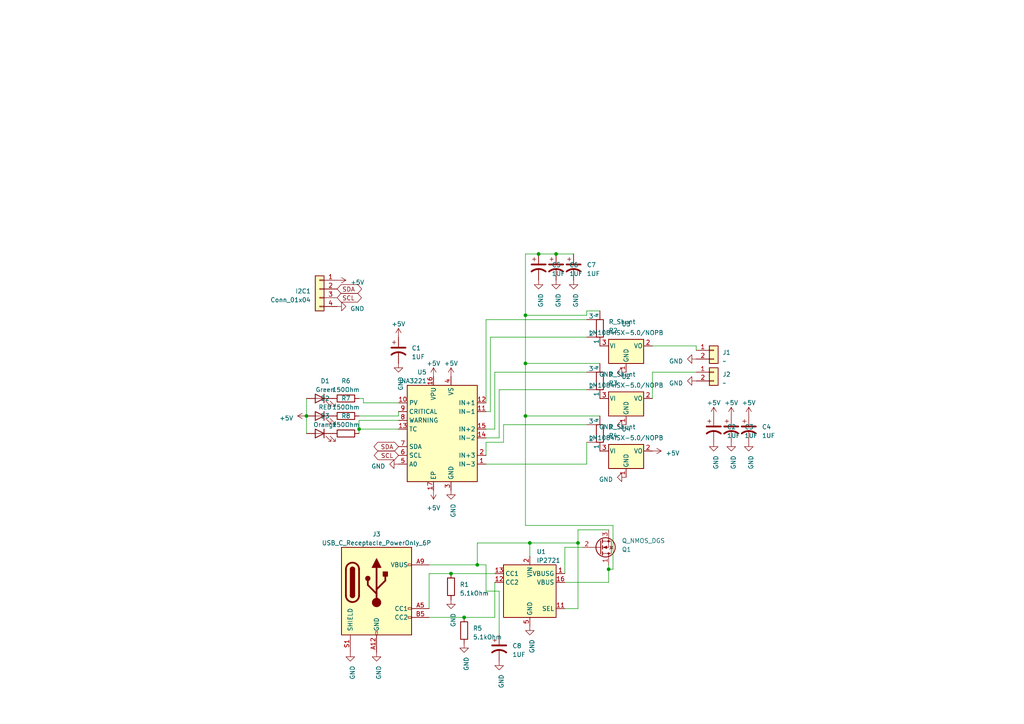
<source format=kicad_sch>
(kicad_sch (version 20230121) (generator eeschema)
  (paper "A4")
  (lib_symbols
    (symbol "Connector:USB_C_Receptacle_PowerOnly_6P" (pin_names (offset 1.016))
      (property "Reference" "J" (at 0 16.51 0))
      (property "Value" "USB_C_Receptacle_PowerOnly_6P" (at 0 13.97 0))
      (symbol "USB_C_Receptacle_PowerOnly_6P_0_0"
        (rectangle (start -0.254 -12.7) (end 0.254 -11.684))
        (rectangle (start 10.16 -7.366) (end 9.144 -7.874))
        (rectangle (start 10.16 -4.826) (end 9.144 -5.334))
        (rectangle (start 10.16 7.874) (end 9.144 7.366))
      )
      (symbol "USB_C_Receptacle_PowerOnly_6P_0_1"
        (rectangle (start -10.16 12.7) (end 10.16 -12.7) (stroke (width 0.254)) (fill (type background)))
        (arc (start -8.89 -1.27) (mid -6.985 -3.1667) (end -5.08 -1.27) (stroke (width 0.508)))
        (arc (start -7.62 -1.27) (mid -6.985 -1.9023) (end -6.35 -1.27) (stroke (width 0.254)))
        (arc (start -7.62 -1.27) (mid -6.985 -1.9023) (end -6.35 -1.27) (stroke (width 0.254)) (fill (type outline)))
        (rectangle (start -7.62 -1.27) (end -6.35 6.35) (stroke (width 0.254)) (fill (type outline)))
        (arc (start -6.35 6.35) (mid -6.985 6.9823) (end -7.62 6.35) (stroke (width 0.254)))
        (arc (start -6.35 6.35) (mid -6.985 6.9823) (end -7.62 6.35) (stroke (width 0.254)) (fill (type outline)))
        (arc (start -5.08 6.35) (mid -6.985 8.2467) (end -8.89 6.35) (stroke (width 0.508)))
        (circle (center -2.54 3.683) (radius 0.635) (stroke (width 0.254)) (fill (type outline)))
        (circle (center 0 -3.302) (radius 1.27) (fill (type outline)))
        (polyline (pts (xy -8.89 -1.27) (xy -8.89 6.35)) (stroke (width 0.508)))
        (polyline (pts (xy -5.08 6.35) (xy -5.08 -1.27)) (stroke (width 0.508)))
        (polyline (pts (xy 0 -3.302) (xy 0 6.858)) (stroke (width 0.508)))
        (polyline (pts (xy 0 -0.762) (xy -2.54 1.778) (xy -2.54 3.048)) (stroke (width 0.508)))
        (polyline (pts (xy 0 0.508) (xy 2.54 3.048) (xy 2.54 4.318)) (stroke (width 0.508)))
        (polyline (pts (xy -1.27 6.858) (xy 0 9.398) (xy 1.27 6.858) (xy -1.27 6.858)) (stroke (width 0.254)) (fill (type outline)))
        (rectangle (start 1.905 4.318) (end 3.175 5.588) (stroke (width 0.254)) (fill (type outline)))
      )
      (symbol "USB_C_Receptacle_PowerOnly_6P_1_1"
        (pin passive line (at 0 -17.78 90) (length 5.08) (name "GND") (number "A12"))
        (pin bidirectional line (at 15.24 -5.08 180) (length 5.08) (name "CC1") (number "A5"))
        (pin passive line (at 15.24 7.62 180) (length 5.08) (name "VBUS") (number "A9"))
        (pin passive line (at 0 -17.78 90) (length 5.08) hide (name "GND") (number "B12"))
        (pin bidirectional line (at 15.24 -7.62 180) (length 5.08) (name "CC2") (number "B5"))
        (pin passive line (at 15.24 7.62 180) (length 5.08) hide (name "VBUS") (number "B9"))
        (pin passive line (at -7.62 -17.78 90) (length 5.08) (name "SHIELD") (number "S1"))
      )
    )
    (symbol "Connector_Generic:Conn_01x02" (pin_names (offset 1.016) hide)
      (property "Reference" "J" (at 0 2.54 0))
      (property "Value" "Conn_01x02" (at 0 -5.08 0))
      (symbol "Conn_01x02_1_1"
        (rectangle (start -1.27 -2.413) (end 0 -2.667) (stroke (width 0.1524)))
        (rectangle (start -1.27 0.127) (end 0 -0.127) (stroke (width 0.1524)))
        (rectangle (start -1.27 1.27) (end 1.27 -3.81) (stroke (width 0.254)) (fill (type background)))
        (pin passive line (at -5.08 0 0) (length 3.81) (name "Pin_1") (number "1"))
        (pin passive line (at -5.08 -2.54 0) (length 3.81) (name "Pin_2") (number "2"))
      )
    )
    (symbol "Connector_Generic:Conn_01x04" (pin_names (offset 1.016) hide)
      (property "Reference" "J" (at 0 5.08 0))
      (property "Value" "Conn_01x04" (at 0 -7.62 0))
      (symbol "Conn_01x04_1_1"
        (rectangle (start -1.27 -4.953) (end 0 -5.207) (stroke (width 0.1524)))
        (rectangle (start -1.27 -2.413) (end 0 -2.667) (stroke (width 0.1524)))
        (rectangle (start -1.27 0.127) (end 0 -0.127) (stroke (width 0.1524)))
        (rectangle (start -1.27 2.667) (end 0 2.413) (stroke (width 0.1524)))
        (rectangle (start -1.27 3.81) (end 1.27 -6.35) (stroke (width 0.254)) (fill (type background)))
        (pin passive line (at -5.08 2.54 0) (length 3.81) (name "Pin_1") (number "1"))
        (pin passive line (at -5.08 0 0) (length 3.81) (name "Pin_2") (number "2"))
        (pin passive line (at -5.08 -2.54 0) (length 3.81) (name "Pin_3") (number "3"))
        (pin passive line (at -5.08 -5.08 0) (length 3.81) (name "Pin_4") (number "4"))
      )
    )
    (symbol "Device:C_Polarized_US" (pin_numbers hide) (pin_names (offset 0.254) hide)
      (property "Reference" "C" (at 0.635 2.54 0))
      (property "Value" "C_Polarized_US" (at 0.635 -2.54 0))
      (symbol "C_Polarized_US_0_1"
        (polyline (pts (xy -2.032 0.762) (xy 2.032 0.762)) (stroke (width 0.508)))
        (polyline (pts (xy -1.778 2.286) (xy -0.762 2.286)))
        (polyline (pts (xy -1.27 1.778) (xy -1.27 2.794)))
        (arc (start 2.032 -1.27) (mid 0 -0.5572) (end -2.032 -1.27) (stroke (width 0.508)))
      )
      (symbol "C_Polarized_US_1_1"
        (pin passive line (at 0 3.81 270) (length 2.794) (name "~") (number "1"))
        (pin passive line (at 0 -3.81 90) (length 3.302) (name "~") (number "2"))
      )
    )
    (symbol "Device:LED" (pin_numbers hide) (pin_names (offset 1.016) hide)
      (property "Reference" "D" (at 0 2.54 0))
      (property "Value" "LED" (at 0 -2.54 0))
      (symbol "LED_0_1"
        (polyline (pts (xy -1.27 -1.27) (xy -1.27 1.27)) (stroke (width 0.254)))
        (polyline (pts (xy -1.27 0) (xy 1.27 0)))
        (polyline (pts (xy 1.27 -1.27) (xy 1.27 1.27) (xy -1.27 0) (xy 1.27 -1.27)) (stroke (width 0.254)))
        (polyline (pts (xy -3.048 -0.762) (xy -4.572 -2.286) (xy -3.81 -2.286) (xy -4.572 -2.286) (xy -4.572 -1.524)))
        (polyline (pts (xy -1.778 -0.762) (xy -3.302 -2.286) (xy -2.54 -2.286) (xy -3.302 -2.286) (xy -3.302 -1.524)))
      )
      (symbol "LED_1_1"
        (pin passive line (at -3.81 0 0) (length 2.54) (name "K") (number "1"))
        (pin passive line (at 3.81 0 180) (length 2.54) (name "A") (number "2"))
      )
    )
    (symbol "Device:Q_NMOS_DGS" (pin_names (offset 0) hide)
      (property "Reference" "Q" (at 5.08 1.27 0))
      (property "Value" "Q_NMOS_DGS" (at 5.08 -1.27 0))
      (symbol "Q_NMOS_DGS_0_1"
        (polyline (pts (xy 0.254 0) (xy -2.54 0)))
        (polyline (pts (xy 0.254 1.905) (xy 0.254 -1.905)) (stroke (width 0.254)))
        (polyline (pts (xy 0.762 -1.27) (xy 0.762 -2.286)) (stroke (width 0.254)))
        (polyline (pts (xy 0.762 0.508) (xy 0.762 -0.508)) (stroke (width 0.254)))
        (polyline (pts (xy 0.762 2.286) (xy 0.762 1.27)) (stroke (width 0.254)))
        (polyline (pts (xy 2.54 2.54) (xy 2.54 1.778)))
        (polyline (pts (xy 2.54 -2.54) (xy 2.54 0) (xy 0.762 0)))
        (polyline (pts (xy 0.762 -1.778) (xy 3.302 -1.778) (xy 3.302 1.778) (xy 0.762 1.778)))
        (polyline (pts (xy 1.016 0) (xy 2.032 0.381) (xy 2.032 -0.381) (xy 1.016 0)) (fill (type outline)))
        (polyline (pts (xy 2.794 0.508) (xy 2.921 0.381) (xy 3.683 0.381) (xy 3.81 0.254)))
        (polyline (pts (xy 3.302 0.381) (xy 2.921 -0.254) (xy 3.683 -0.254) (xy 3.302 0.381)))
        (circle (center 1.651 0) (radius 2.794) (stroke (width 0.254)))
        (circle (center 2.54 -1.778) (radius 0.254) (fill (type outline)))
        (circle (center 2.54 1.778) (radius 0.254) (fill (type outline)))
      )
      (symbol "Q_NMOS_DGS_1_1"
        (pin passive line (at 2.54 5.08 270) (length 2.54) (name "D") (number "1"))
        (pin input line (at -5.08 0 0) (length 2.54) (name "G") (number "2"))
        (pin passive line (at 2.54 -5.08 90) (length 2.54) (name "S") (number "3"))
      )
    )
    (symbol "Device:R" (pin_numbers hide) (pin_names (offset 0))
      (property "Reference" "R" (at 2.032 0 90))
      (property "Value" "R" (at 0 0 90))
      (symbol "R_0_1"
        (rectangle (start -1.016 -2.54) (end 1.016 2.54) (stroke (width 0.254)))
      )
      (symbol "R_1_1"
        (pin passive line (at 0 3.81 270) (length 1.27) (name "~") (number "1"))
        (pin passive line (at 0 -3.81 90) (length 1.27) (name "~") (number "2"))
      )
    )
    (symbol "Device:R_Shunt" (pin_numbers hide) (pin_names (offset 0))
      (property "Reference" "R" (at -4.445 0 90))
      (property "Value" "R_Shunt" (at -2.54 0 90))
      (symbol "R_Shunt_0_1"
        (rectangle (start -1.016 -2.54) (end 1.016 2.54) (stroke (width 0.254)))
        (polyline (pts (xy 0 -2.54) (xy 1.27 -2.54)))
        (polyline (pts (xy 1.27 2.54) (xy 0 2.54)))
      )
      (symbol "R_Shunt_1_1"
        (pin passive line (at 0 5.08 270) (length 2.54) (name "1") (number "1"))
        (pin passive line (at 3.81 2.54 180) (length 2.54) (name "2") (number "2"))
        (pin passive line (at 3.81 -2.54 180) (length 2.54) (name "3") (number "3"))
        (pin passive line (at 0 -5.08 90) (length 2.54) (name "4") (number "4"))
      )
    )
    (symbol "Interface_USB:IP2721"
      (property "Reference" "U" (at 5.08 -10.16 0))
      (property "Value" "IP2721" (at 7.62 -12.7 0))
      (symbol "IP2721_0_1"
        (rectangle (start -7.62 7.62) (end 7.62 -7.62) (stroke (width 0.254)) (fill (type background)))
      )
      (symbol "IP2721_1_1"
        (pin output line (at 10.16 5.08 180) (length 2.54) (name "VBUSG") (number "1"))
        (pin no_connect line (at -2.54 -7.62 90) (length 2.54) hide (name "NC") (number "10"))
        (pin input line (at 10.16 -5.08 180) (length 2.54) (name "SEL") (number "11"))
        (pin bidirectional line (at -10.16 2.54 0) (length 2.54) (name "CC2") (number "12"))
        (pin bidirectional line (at -10.16 5.08 0) (length 2.54) (name "CC1") (number "13"))
        (pin no_connect line (at 2.54 -7.62 90) (length 2.54) hide (name "NC") (number "14"))
        (pin no_connect line (at 5.08 -7.62 90) (length 2.54) hide (name "NC") (number "15"))
        (pin input line (at 10.16 2.54 180) (length 2.54) (name "VBUS") (number "16"))
        (pin power_in line (at 0 10.16 270) (length 2.54) (name "VIN") (number "2"))
        (pin no_connect line (at -5.08 7.62 270) (length 2.54) hide (name "NC") (number "3"))
        (pin no_connect line (at -7.62 -2.54 0) (length 2.54) hide (name "NC") (number "4"))
        (pin power_in line (at 0 -10.16 90) (length 2.54) (name "GND") (number "5"))
        (pin no_connect line (at -2.54 7.62 270) (length 2.54) hide (name "NC") (number "6"))
        (pin no_connect line (at 2.54 7.62 90) (length 2.54) hide (name "NC") (number "7"))
        (pin no_connect line (at 5.08 7.62 90) (length 2.54) hide (name "NC") (number "8"))
        (pin no_connect line (at -5.08 -7.62 90) (length 2.54) hide (name "NC") (number "9"))
      )
    )
    (symbol "Power_Management:INA3221"
      (property "Reference" "U" (at -10.16 17.78 0))
      (property "Value" "INA3221" (at 5.08 17.78 0))
      (symbol "INA3221_0_1"
        (rectangle (start 10.16 -12.7) (end -10.16 15.24) (stroke (width 0.254)) (fill (type background)))
      )
      (symbol "INA3221_1_1"
        (pin input line (at -12.7 -7.62 0) (length 2.54) (name "IN-3") (number "1"))
        (pin open_collector line (at 12.7 10.16 180) (length 2.54) (name "PV") (number "10"))
        (pin input line (at -12.7 7.62 0) (length 2.54) (name "IN-1") (number "11"))
        (pin input line (at -12.7 10.16 0) (length 2.54) (name "IN+1") (number "12"))
        (pin open_collector line (at 12.7 2.54 180) (length 2.54) (name "TC") (number "13"))
        (pin input line (at -12.7 0 0) (length 2.54) (name "IN-2") (number "14"))
        (pin input line (at -12.7 2.54 0) (length 2.54) (name "IN+2") (number "15"))
        (pin power_in line (at 2.54 17.78 270) (length 2.54) (name "VPU") (number "16"))
        (pin passive line (at 2.54 -15.24 90) (length 2.54) (name "EP") (number "17"))
        (pin input line (at -12.7 -5.08 0) (length 2.54) (name "IN+3") (number "2"))
        (pin power_in line (at -2.54 -15.24 90) (length 2.54) (name "GND") (number "3"))
        (pin power_in line (at -2.54 17.78 270) (length 2.54) (name "VS") (number "4"))
        (pin input line (at 12.7 -7.62 180) (length 2.54) (name "A0") (number "5"))
        (pin input line (at 12.7 -5.08 180) (length 2.54) (name "SCL") (number "6"))
        (pin bidirectional line (at 12.7 -2.54 180) (length 2.54) (name "SDA") (number "7"))
        (pin open_collector line (at 12.7 5.08 180) (length 2.54) (name "WARNING") (number "8"))
        (pin open_collector line (at 12.7 7.62 180) (length 2.54) (name "CRITICAL") (number "9"))
      )
    )
    (symbol "Regulator_Linear:LT1084-5.0" (pin_names (offset 0.254))
      (property "Reference" "U" (at -3.81 3.175 0))
      (property "Value" "LT1084-5.0" (at 0 3.175 0))
      (symbol "LT1084-5.0_0_1"
        (rectangle (start -5.08 1.905) (end 5.08 -5.08) (stroke (width 0.254)) (fill (type background)))
      )
      (symbol "LT1084-5.0_1_1"
        (pin power_in line (at 0 -7.62 90) (length 2.54) (name "GND") (number "1"))
        (pin power_out line (at 7.62 0 180) (length 2.54) (name "VO") (number "2"))
        (pin power_in line (at -7.62 0 0) (length 2.54) (name "VI") (number "3"))
      )
    )
    (symbol "power:+5V" (power) (pin_names (offset 0))
      (property "Value" "+5V" (at 0 3.556 0))
      (symbol "+5V_0_1"
        (polyline (pts (xy -0.762 1.27) (xy 0 2.54)))
        (polyline (pts (xy 0 0) (xy 0 2.54)))
        (polyline (pts (xy 0 2.54) (xy 0.762 1.27)))
      )
      (symbol "+5V_1_1"
        (pin power_in line (at 0 0 90) (length 0) hide (name "+5V") (number "1"))
      )
    )
    (symbol "power:GND" (power) (pin_names (offset 0))
      (property "Value" "GND" (at 0 -3.81 0))
      (symbol "GND_0_1"
        (polyline (pts (xy 0 0) (xy 0 -1.27) (xy 1.27 -1.27) (xy 0 -2.54) (xy -1.27 -1.27) (xy 0 -1.27)))
      )
      (symbol "GND_1_1"
        (pin power_in line (at 0 0 270) (length 0) hide (name "GND") (number "1"))
      )
    )
  )
  (junction (at 176.53 165.1))
  (junction (at 153.67 157.48))
  (junction (at 152.4 120.65))
  (junction (at 161.29 73.66))
  (junction (at 88.9 120.65))
  (junction (at 156.21 73.66))
  (junction (at 138.43 163.83))
  (junction (at 130.81 166.37))
  (junction (at 152.4 105.41))
  (junction (at 152.4 91.44))
  (junction (at 104.14 124.46))
  (junction (at 167.64 157.48))
  (junction (at 134.62 179.07))
  (wire (pts (xy 152.4 152.4) (xy 152.4 120.65)))
  (wire (pts (xy 189.23 107.95) (xy 201.93 107.95)))
  (wire (pts (xy 189.23 115.57) (xy 189.23 107.95)))
  (wire (pts (xy 144.78 184.15) (xy 144.78 171.45)))
  (wire (pts (xy 104.14 121.92) (xy 104.14 124.46)))
  (wire (pts (xy 201.93 100.33) (xy 201.93 101.6)))
  (wire (pts (xy 170.18 107.95) (xy 143.51 107.95)))
  (wire (pts (xy 173.99 120.65) (xy 152.4 120.65)))
  (wire (pts (xy 152.4 152.4) (xy 177.8 152.4)))
  (wire (pts (xy 104.14 124.46) (xy 104.14 125.73)))
  (wire (pts (xy 146.05 123.19) (xy 170.18 123.19)))
  (wire (pts (xy 152.4 120.65) (xy 152.4 105.41)))
  (wire (pts (xy 144.78 127) (xy 144.78 113.03)))
  (wire (pts (xy 144.78 171.45) (xy 140.97 171.45)))
  (wire (pts (xy 167.64 157.48) (xy 167.64 176.53)))
  (wire (pts (xy 152.4 105.41) (xy 152.4 91.44)))
  (wire (pts (xy 140.97 127) (xy 144.78 127)))
  (wire (pts (xy 143.51 124.46) (xy 140.97 124.46)))
  (wire (pts (xy 170.18 134.62) (xy 170.18 128.27)))
  (wire (pts (xy 170.18 91.44) (xy 170.18 90.17)))
  (wire (pts (xy 140.97 92.71) (xy 140.97 116.84)))
  (wire (pts (xy 115.57 120.65) (xy 115.57 119.38)))
  (wire (pts (xy 163.83 176.53) (xy 167.64 176.53)))
  (wire (pts (xy 170.18 90.17) (xy 173.99 90.17)))
  (wire (pts (xy 138.43 157.48) (xy 153.67 157.48)))
  (wire (pts (xy 140.97 128.27) (xy 146.05 128.27)))
  (wire (pts (xy 142.24 119.38) (xy 142.24 97.79)))
  (wire (pts (xy 134.62 179.07) (xy 143.51 179.07)))
  (wire (pts (xy 104.14 120.65) (xy 115.57 120.65)))
  (wire (pts (xy 130.81 166.37) (xy 143.51 166.37)))
  (wire (pts (xy 140.97 171.45) (xy 140.97 163.83)))
  (wire (pts (xy 156.21 73.66) (xy 161.29 73.66)))
  (wire (pts (xy 161.29 73.66) (xy 166.37 73.66)))
  (wire (pts (xy 152.4 73.66) (xy 152.4 91.44)))
  (wire (pts (xy 189.23 100.33) (xy 201.93 100.33)))
  (wire (pts (xy 170.18 92.71) (xy 140.97 92.71)))
  (wire (pts (xy 88.9 115.57) (xy 88.9 120.65)))
  (wire (pts (xy 173.99 105.41) (xy 152.4 105.41)))
  (wire (pts (xy 163.83 166.37) (xy 163.83 158.75)))
  (wire (pts (xy 105.41 116.84) (xy 115.57 116.84)))
  (wire (pts (xy 124.46 163.83) (xy 138.43 163.83)))
  (wire (pts (xy 177.8 165.1) (xy 176.53 165.1)))
  (wire (pts (xy 144.78 113.03) (xy 170.18 113.03)))
  (wire (pts (xy 167.64 153.67) (xy 167.64 157.48)))
  (wire (pts (xy 140.97 132.08) (xy 140.97 128.27)))
  (wire (pts (xy 124.46 166.37) (xy 130.81 166.37)))
  (wire (pts (xy 176.53 168.91) (xy 163.83 168.91)))
  (wire (pts (xy 176.53 165.1) (xy 176.53 168.91)))
  (wire (pts (xy 115.57 121.92) (xy 104.14 121.92)))
  (wire (pts (xy 143.51 168.91) (xy 143.51 179.07)))
  (wire (pts (xy 104.14 124.46) (xy 115.57 124.46)))
  (wire (pts (xy 140.97 134.62) (xy 170.18 134.62)))
  (wire (pts (xy 146.05 128.27) (xy 146.05 123.19)))
  (wire (pts (xy 177.8 152.4) (xy 177.8 165.1)))
  (wire (pts (xy 140.97 163.83) (xy 138.43 163.83)))
  (wire (pts (xy 152.4 73.66) (xy 156.21 73.66)))
  (wire (pts (xy 88.9 120.65) (xy 88.9 125.73)))
  (wire (pts (xy 143.51 107.95) (xy 143.51 124.46)))
  (wire (pts (xy 152.4 91.44) (xy 170.18 91.44)))
  (wire (pts (xy 153.67 157.48) (xy 153.67 161.29)))
  (wire (pts (xy 138.43 163.83) (xy 138.43 157.48)))
  (wire (pts (xy 142.24 97.79) (xy 170.18 97.79)))
  (wire (pts (xy 105.41 116.84) (xy 105.41 115.57)))
  (wire (pts (xy 176.53 163.83) (xy 176.53 165.1)))
  (wire (pts (xy 176.53 153.67) (xy 167.64 153.67)))
  (wire (pts (xy 124.46 179.07) (xy 134.62 179.07)))
  (wire (pts (xy 140.97 119.38) (xy 142.24 119.38)))
  (wire (pts (xy 153.67 157.48) (xy 167.64 157.48)))
  (wire (pts (xy 163.83 158.75) (xy 168.91 158.75)))
  (wire (pts (xy 124.46 176.53) (xy 124.46 166.37)))
  (wire (pts (xy 105.41 115.57) (xy 104.14 115.57)))
  (global_label "SCL" (shape bidirectional) (at 97.79 86.36 0) (property "Intersheetrefs" "${INTERSHEET_REFS}" (effects hide)))
  (global_label "SDA" (shape bidirectional) (at 115.57 129.54 180) (property "Intersheetrefs" "${INTERSHEET_REFS}" (effects hide)))
  (global_label "SDA" (shape bidirectional) (at 97.79 83.82 0) (property "Intersheetrefs" "${INTERSHEET_REFS}" (effects hide)))
  (global_label "SCL" (shape bidirectional) (at 115.57 132.08 180) (property "Intersheetrefs" "${INTERSHEET_REFS}" (effects hide)))
  (symbol (lib_id "power:+5V") (at 217.17 120.65 0) (unit 1)
    (property "Reference" "#PWR020" (effects hide))
    (property "Value" "+5V" (at 217.17 116.84 0))
  )
  (symbol (lib_id "power:GND") (at 207.01 128.27 0) (mirror y) (unit 1)
    (property "Reference" "#PWR017" (effects hide))
    (property "Value" "GND" (at 207.645 132.08 90) (effects (justify right)))
  )
  (symbol (lib_id "Device:R_Shunt") (at 173.99 95.25 180) (unit 1)
    (property "Reference" "R2" (at 176.53 95.885 0) (effects (justify right)))
    (property "Value" "R_Shunt" (at 176.53 93.345 0) (effects (justify right)))
    (property "Footprint" "Resistor_SMD:R_Shunt_Ohmite_LVK12" (effects hide))
  )
  (symbol (lib_id "power:GND") (at 201.93 110.49 270) (unit 1)
    (property "Reference" "#PWR06" (effects hide))
    (property "Value" "GND" (at 198.12 111.125 90) (effects (justify right)))
  )
  (symbol (lib_id "Device:C_Polarized_US") (at 144.78 187.96 0) (unit 1)
    (property "Reference" "C8" (at 148.59 187.325 0) (effects (justify left)))
    (property "Value" "1UF" (at 148.59 189.865 0) (effects (justify left)))
    (property "Footprint" "Capacitor_SMD:C_0603_1608Metric_Pad1.08x0.95mm_HandSolder" (effects hide))
  )
  (symbol (lib_id "Regulator_Linear:LT1084-5.0") (at 181.61 130.81 0) (unit 1)
    (property "Reference" "U4" (at 181.61 124.46 0))
    (property "Value" "LM1084ISX-5.0/NOPB" (at 181.61 127 0))
    (property "Footprint" "Package_TO_SOT_SMD:TO-263-3_TabPin2" (effects hide))
    (property "Datasheet" "https://www.ti.com/lit/ds/symlink/lm1084.pdf" (effects hide))
  )
  (symbol (lib_id "power:+5V") (at 207.01 120.65 0) (unit 1)
    (property "Reference" "#PWR016" (effects hide))
    (property "Value" "+5V" (at 207.01 116.84 0))
  )
  (symbol (lib_id "power:GND") (at 97.79 88.9 90) (mirror x) (unit 1)
    (property "Reference" "#PWR02" (effects hide))
    (property "Value" "GND" (at 101.6 89.535 90) (effects (justify right)))
  )
  (symbol (lib_id "power:GND") (at 115.57 134.62 270) (unit 1)
    (property "Reference" "#PWR08" (effects hide))
    (property "Value" "GND" (at 111.76 135.255 90) (effects (justify right)))
  )
  (symbol (lib_id "Regulator_Linear:LT1084-5.0") (at 181.61 100.33 0) (unit 1)
    (property "Reference" "U3" (at 181.61 93.98 0))
    (property "Value" "LM1084ISX-5.0/NOPB" (at 181.61 96.52 0))
    (property "Footprint" "Package_TO_SOT_SMD:TO-263-3_TabPin2" (effects hide))
    (property "Datasheet" "https://www.ti.com/lit/ds/symlink/lm1084.pdf" (effects hide))
  )
  (symbol (lib_id "power:GND") (at 201.93 104.14 270) (unit 1)
    (property "Reference" "#PWR04" (effects hide))
    (property "Value" "GND" (at 198.12 104.775 90) (effects (justify right)))
  )
  (symbol (lib_id "Connector:USB_C_Receptacle_PowerOnly_6P") (at 109.22 171.45 0) (unit 1)
    (property "Reference" "J3" (at 109.22 154.94 0))
    (property "Value" "USB_C_Receptacle_PowerOnly_6P" (at 109.22 157.48 0))
    (property "Footprint" "Connector_USB:USB_C_Receptacle_GCT_USB4135-GF-A_6P_TopMnt_Horizontal" (effects hide))
    (property "Datasheet" "https://www.usb.org/sites/default/files/documents/usb_type-c.zip" (effects hide))
  )
  (symbol (lib_id "power:GND") (at 181.61 123.19 270) (unit 1)
    (property "Reference" "#PWR03" (effects hide))
    (property "Value" "GND" (at 177.8 123.825 90) (effects (justify right)))
  )
  (symbol (lib_id "power:+5V") (at 97.79 81.28 270) (mirror x) (unit 1)
    (property "Reference" "#PWR01" (effects hide))
    (property "Value" "+5V" (at 101.6 81.915 90) (effects (justify left)))
  )
  (symbol (lib_id "power:GND") (at 166.37 81.28 0) (mirror y) (unit 1)
    (property "Reference" "#PWR027" (effects hide))
    (property "Value" "GND" (at 167.005 85.09 90) (effects (justify right)))
  )
  (symbol (lib_id "Connector_Generic:Conn_01x04") (at 92.71 83.82 0) (mirror y) (unit 1)
    (property "Reference" "I2C1" (at 90.17 84.455 0) (effects (justify left)))
    (property "Value" "Conn_01x04" (at 90.17 86.995 0) (effects (justify left)))
    (property "Footprint" "Connector_JST:JST_EH_S4B-EH_1x04_P2.50mm_Horizontal" (effects hide))
  )
  (symbol (lib_id "Regulator_Linear:LT1084-5.0") (at 181.61 115.57 0) (unit 1)
    (property "Reference" "U2" (at 181.61 109.22 0))
    (property "Value" "LM1084ISX-5.0/NOPB" (at 181.61 111.76 0))
    (property "Footprint" "Package_TO_SOT_SMD:TO-263-3_TabPin2" (effects hide))
    (property "Datasheet" "https://www.ti.com/lit/ds/symlink/lm1084.pdf" (effects hide))
  )
  (symbol (lib_id "power:+5V") (at 189.23 130.81 270) (mirror x) (unit 1)
    (property "Reference" "#PWR010" (effects hide))
    (property "Value" "+5V" (at 193.04 131.445 90) (effects (justify left)))
  )
  (symbol (lib_id "power:GND") (at 161.29 81.28 0) (mirror y) (unit 1)
    (property "Reference" "#PWR025" (effects hide))
    (property "Value" "GND" (at 161.925 85.09 90) (effects (justify right)))
  )
  (symbol (lib_id "Power_Management:INA3221") (at 128.27 127 0) (mirror y) (unit 1)
    (property "Reference" "U5" (at 123.7741 107.95 0) (effects (justify left)))
    (property "Value" "INA3221" (at 123.7741 110.49 0) (effects (justify left)))
    (property "Footprint" "Package_DFN_QFN:Texas_RGV_S-PVQFN-N16_EP2.1x2.1mm" (effects hide))
    (property "Datasheet" "http://www.ti.com/lit/ds/symlink/ina3221.pdf" (effects hide))
  )
  (symbol (lib_id "power:+5V") (at 212.09 120.65 0) (unit 1)
    (property "Reference" "#PWR018" (effects hide))
    (property "Value" "+5V" (at 212.09 116.84 0))
  )
  (symbol (lib_id "Interface_USB:IP2721") (at 153.67 171.45 0) (unit 1)
    (property "Reference" "U1" (at 155.6259 160.02 0) (effects (justify left)))
    (property "Value" "IP2721" (at 155.6259 162.56 0) (effects (justify left)))
    (property "Footprint" "Package_SO:TSSOP-16_4.4x5mm_P0.65mm" (effects hide))
    (property "Datasheet" "https://datasheet.lcsc.com/lcsc/2006111335_INJOINIC-IP2721_C603176.pdf" (effects hide))
  )
  (symbol (lib_id "power:GND") (at 144.78 191.77 0) (mirror y) (unit 1)
    (property "Reference" "#PWR029" (effects hide))
    (property "Value" "GND" (at 145.415 195.58 90) (effects (justify right)))
  )
  (symbol (lib_id "Connector_Generic:Conn_01x02") (at 207.01 101.6 0) (unit 1)
    (property "Reference" "J1" (at 209.55 102.235 0) (effects (justify left)))
    (property "Value" "~" (at 209.55 104.775 0) (effects (justify left)))
    (property "Footprint" "Connector_JST:JST_EH_S2B-EH_1x02_P2.50mm_Horizontal" (effects hide))
  )
  (symbol (lib_id "power:GND") (at 130.81 142.24 0) (mirror y) (unit 1)
    (property "Reference" "#PWR011" (effects hide))
    (property "Value" "GND" (at 131.445 146.05 90) (effects (justify right)))
  )
  (symbol (lib_id "Device:R") (at 100.33 120.65 90) (mirror x) (unit 1)
    (property "Reference" "R7" (at 100.33 115.57 90))
    (property "Value" "150Ohm" (at 100.33 118.11 90))
    (property "Footprint" "Resistor_SMD:R_0603_1608Metric" (effects hide))
  )
  (symbol (lib_id "power:GND") (at 101.6 189.23 0) (mirror y) (unit 1)
    (property "Reference" "#PWR026" (effects hide))
    (property "Value" "GND" (at 102.235 193.04 90) (effects (justify right)))
  )
  (symbol (lib_id "power:+5V") (at 115.57 97.79 0) (unit 1)
    (property "Reference" "#PWR014" (effects hide))
    (property "Value" "+5V" (at 115.57 93.98 0))
  )
  (symbol (lib_id "Device:C_Polarized_US") (at 166.37 77.47 0) (unit 1)
    (property "Reference" "C7" (at 170.18 76.835 0) (effects (justify left)))
    (property "Value" "1UF" (at 170.18 79.375 0) (effects (justify left)))
    (property "Footprint" "Capacitor_SMD:C_0603_1608Metric_Pad1.08x0.95mm_HandSolder" (effects hide))
  )
  (symbol (lib_id "power:GND") (at 217.17 128.27 0) (mirror y) (unit 1)
    (property "Reference" "#PWR021" (effects hide))
    (property "Value" "GND" (at 217.805 132.08 90) (effects (justify right)))
  )
  (symbol (lib_id "power:GND") (at 153.67 181.61 0) (mirror y) (unit 1)
    (property "Reference" "#PWR024" (effects hide))
    (property "Value" "GND" (at 154.305 185.42 90) (effects (justify right)))
  )
  (symbol (lib_id "power:+5V") (at 125.73 142.24 180) (unit 1)
    (property "Reference" "#PWR013" (effects hide))
    (property "Value" "+5V" (at 125.73 147.32 0))
  )
  (symbol (lib_id "Device:R") (at 134.62 182.88 0) (unit 1)
    (property "Reference" "R5" (at 137.16 182.245 0) (effects (justify left)))
    (property "Value" "5.1kOhm" (at 137.16 184.785 0) (effects (justify left)))
    (property "Footprint" "Resistor_SMD:R_0603_1608Metric" (effects hide))
  )
  (symbol (lib_id "Device:C_Polarized_US") (at 212.09 124.46 0) (unit 1)
    (property "Reference" "C3" (at 215.9 123.825 0) (effects (justify left)))
    (property "Value" "1UF" (at 215.9 126.365 0) (effects (justify left)))
    (property "Footprint" "Capacitor_SMD:C_0603_1608Metric_Pad1.08x0.95mm_HandSolder" (effects hide))
  )
  (symbol (lib_id "power:GND") (at 181.61 107.95 270) (unit 1)
    (property "Reference" "#PWR09" (effects hide))
    (property "Value" "GND" (at 177.8 108.585 90) (effects (justify right)))
  )
  (symbol (lib_id "power:GND") (at 130.81 173.99 0) (mirror y) (unit 1)
    (property "Reference" "#PWR028" (effects hide))
    (property "Value" "GND" (at 131.445 177.8 90) (effects (justify right)))
  )
  (symbol (lib_id "Device:LED") (at 92.71 115.57 0) (mirror y) (unit 1)
    (property "Reference" "D1" (at 94.2975 110.49 0))
    (property "Value" "Green" (at 94.2975 113.03 0))
    (property "Footprint" "LED_SMD:LED_0603_1608Metric_Pad1.05x0.95mm_HandSolder" (effects hide))
  )
  (symbol (lib_id "Device:LED") (at 92.71 125.73 0) (mirror y) (unit 1)
    (property "Reference" "D3" (at 94.2975 120.65 0))
    (property "Value" "Orange" (at 94.2975 123.19 0))
    (property "Footprint" "LED_SMD:LED_0603_1608Metric_Pad1.05x0.95mm_HandSolder" (effects hide))
  )
  (symbol (lib_id "power:GND") (at 115.57 105.41 0) (mirror y) (unit 1)
    (property "Reference" "#PWR015" (effects hide))
    (property "Value" "GND" (at 116.205 109.22 90) (effects (justify right)))
  )
  (symbol (lib_id "Device:R") (at 100.33 125.73 90) (mirror x) (unit 1)
    (property "Reference" "R8" (at 100.33 120.65 90))
    (property "Value" "150Ohm" (at 100.33 123.19 90))
    (property "Footprint" "Resistor_SMD:R_0603_1608Metric" (effects hide))
  )
  (symbol (lib_id "Device:Q_NMOS_DGS") (at 173.99 158.75 0) (mirror x) (unit 1)
    (property "Reference" "Q1" (at 180.34 159.385 0) (effects (justify left)))
    (property "Value" "Q_NMOS_DGS" (at 180.34 156.845 0) (effects (justify left)))
    (property "Footprint" "Package_TO_SOT_SMD:TO-252-3_TabPin2" (effects hide))
  )
  (symbol (lib_id "power:GND") (at 181.61 138.43 270) (unit 1)
    (property "Reference" "#PWR05" (effects hide))
    (property "Value" "GND" (at 177.8 139.065 90) (effects (justify right)))
  )
  (symbol (lib_id "Device:LED") (at 92.71 120.65 0) (mirror y) (unit 1)
    (property "Reference" "D2" (at 94.2975 115.57 0))
    (property "Value" "RED" (at 94.2975 118.11 0))
    (property "Footprint" "LED_SMD:LED_0603_1608Metric_Pad1.05x0.95mm_HandSolder" (effects hide))
  )
  (symbol (lib_id "power:+5V") (at 130.81 109.22 0) (unit 1)
    (property "Reference" "#PWR012" (effects hide))
    (property "Value" "+5V" (at 130.81 105.41 0))
  )
  (symbol (lib_id "Device:C_Polarized_US") (at 217.17 124.46 0) (unit 1)
    (property "Reference" "C4" (at 220.98 123.825 0) (effects (justify left)))
    (property "Value" "1UF" (at 220.98 126.365 0) (effects (justify left)))
    (property "Footprint" "Capacitor_SMD:C_0603_1608Metric_Pad1.08x0.95mm_HandSolder" (effects hide))
  )
  (symbol (lib_id "Connector_Generic:Conn_01x02") (at 207.01 107.95 0) (unit 1)
    (property "Reference" "J2" (at 209.55 108.585 0) (effects (justify left)))
    (property "Value" "~" (at 209.55 111.125 0) (effects (justify left)))
    (property "Footprint" "Connector_JST:JST_EH_S2B-EH_1x02_P2.50mm_Horizontal" (effects hide))
  )
  (symbol (lib_id "Device:C_Polarized_US") (at 115.57 101.6 0) (unit 1)
    (property "Reference" "C1" (at 119.38 100.965 0) (effects (justify left)))
    (property "Value" "1UF" (at 119.38 103.505 0) (effects (justify left)))
    (property "Footprint" "Capacitor_SMD:C_0603_1608Metric_Pad1.08x0.95mm_HandSolder" (effects hide))
  )
  (symbol (lib_id "Device:C_Polarized_US") (at 207.01 124.46 0) (unit 1)
    (property "Reference" "C2" (at 210.82 123.825 0) (effects (justify left)))
    (property "Value" "1UF" (at 210.82 126.365 0) (effects (justify left)))
    (property "Footprint" "Capacitor_SMD:C_0603_1608Metric_Pad1.08x0.95mm_HandSolder" (effects hide))
  )
  (symbol (lib_id "power:GND") (at 212.09 128.27 0) (mirror y) (unit 1)
    (property "Reference" "#PWR019" (effects hide))
    (property "Value" "GND" (at 212.725 132.08 90) (effects (justify right)))
  )
  (symbol (lib_id "Device:R") (at 100.33 115.57 90) (mirror x) (unit 1)
    (property "Reference" "R6" (at 100.33 110.49 90))
    (property "Value" "150Ohm" (at 100.33 113.03 90))
    (property "Footprint" "Resistor_SMD:R_0603_1608Metric" (effects hide))
  )
  (symbol (lib_id "power:+5V") (at 88.9 120.65 90) (unit 1)
    (property "Reference" "#PWR031" (effects hide))
    (property "Value" "+5V" (at 85.09 121.285 90) (effects (justify left)))
  )
  (symbol (lib_id "Device:R") (at 130.81 170.18 0) (unit 1)
    (property "Reference" "R1" (at 133.35 169.545 0) (effects (justify left)))
    (property "Value" "5.1kOhm" (at 133.35 172.085 0) (effects (justify left)))
    (property "Footprint" "Resistor_SMD:R_0603_1608Metric" (effects hide))
  )
  (symbol (lib_id "Device:C_Polarized_US") (at 161.29 77.47 0) (unit 1)
    (property "Reference" "C6" (at 165.1 76.835 0) (effects (justify left)))
    (property "Value" "1UF" (at 165.1 79.375 0) (effects (justify left)))
    (property "Footprint" "Capacitor_SMD:C_0603_1608Metric_Pad1.08x0.95mm_HandSolder" (effects hide))
  )
  (symbol (lib_id "power:GND") (at 156.21 81.28 0) (mirror y) (unit 1)
    (property "Reference" "#PWR023" (effects hide))
    (property "Value" "GND" (at 156.845 85.09 90) (effects (justify right)))
  )
  (symbol (lib_id "Device:R_Shunt") (at 173.99 110.49 180) (unit 1)
    (property "Reference" "R3" (at 176.53 111.125 0) (effects (justify right)))
    (property "Value" "R_Shunt" (at 176.53 108.585 0) (effects (justify right)))
    (property "Footprint" "Resistor_SMD:R_Shunt_Ohmite_LVK12" (effects hide))
  )
  (symbol (lib_id "power:GND") (at 109.22 189.23 0) (mirror y) (unit 1)
    (property "Reference" "#PWR022" (effects hide))
    (property "Value" "GND" (at 109.855 193.04 90) (effects (justify right)))
  )
  (symbol (lib_id "power:GND") (at 134.62 186.69 0) (mirror y) (unit 1)
    (property "Reference" "#PWR07" (effects hide))
    (property "Value" "GND" (at 135.255 190.5 90) (effects (justify right)))
  )
  (symbol (lib_id "Device:R_Shunt") (at 173.99 125.73 180) (unit 1)
    (property "Reference" "R4" (at 176.53 126.365 0) (effects (justify right)))
    (property "Value" "R_Shunt" (at 176.53 123.825 0) (effects (justify right)))
    (property "Footprint" "Resistor_SMD:R_Shunt_Ohmite_LVK12" (effects hide))
  )
  (symbol (lib_id "power:+5V") (at 125.73 109.22 0) (unit 1)
    (property "Reference" "#PWR030" (effects hide))
    (property "Value" "+5V" (at 125.73 105.41 0))
  )
  (symbol (lib_id "Device:C_Polarized_US") (at 156.21 77.47 0) (unit 1)
    (property "Reference" "C5" (at 160.02 76.835 0) (effects (justify left)))
    (property "Value" "1UF" (at 160.02 79.375 0) (effects (justify left)))
    (property "Footprint" "Capacitor_SMD:C_0603_1608Metric_Pad1.08x0.95mm_HandSolder" (effects hide))
  )
)
</source>
